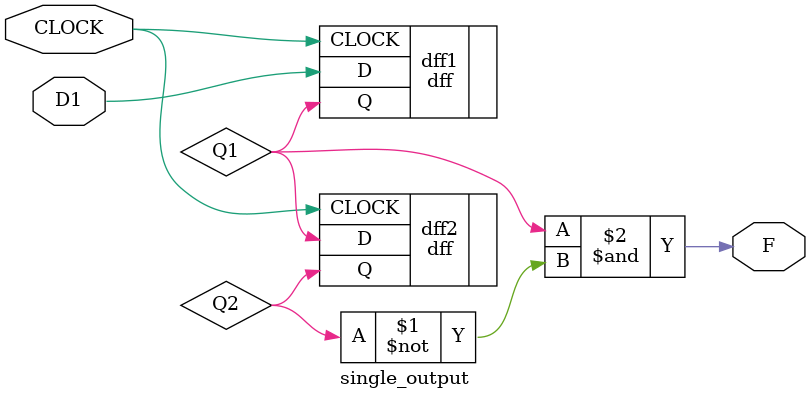
<source format=v>
`timescale 1ns / 1ps


module single_output(
    input CLOCK, D1,
    output F
    );
    
    wire Q2;
    wire Q1;
    
    dff dff1(.CLOCK(CLOCK), .D(D1), .Q(Q1));
    dff dff2(.CLOCK(CLOCK), .D(Q1), .Q(Q2));
    
    assign F = Q1 & ~Q2;

endmodule
</source>
